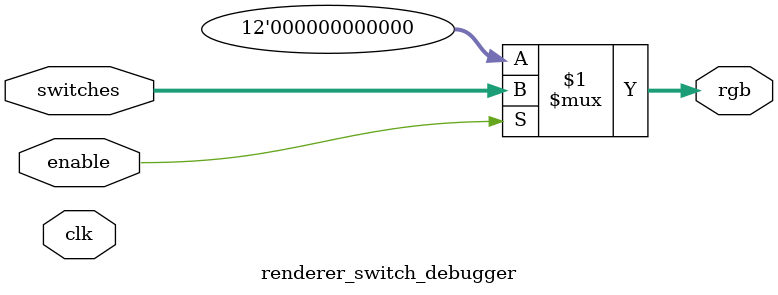
<source format=v>
`timescale 1ns / 1ps


module renderer_switch_debugger(
    input clk,
    input [11:0] switches,
    output [11:0] rgb,
    input enable
);

    assign rgb = enable ? switches : 12'h0;

endmodule

</source>
